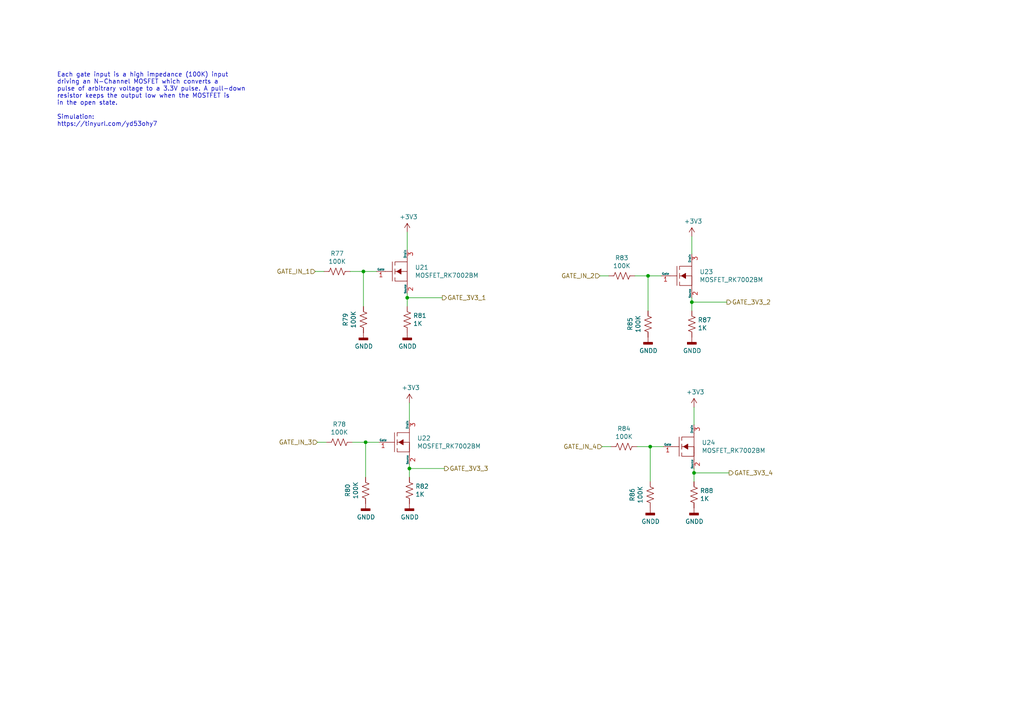
<source format=kicad_sch>
(kicad_sch (version 20211123) (generator eeschema)
  (paper "A4")
  (title_block (title "Big One, Little One") (rev "1") (comment 1 "convert [0V, 8V] gate to [0V, 3.3V] gate"))
  (lib_symbols
    (symbol "Device:R_US" (pin_numbers hide) (pin_names (offset 0))
      (property "Reference" "R" (at 2.54 0 90))
      (property "Value" "R_US" (at -2.54 0 90))
      (symbol "R_US_0_1"
        (polyline (pts (xy 0 -2.286) (xy 0 -2.54)))
        (polyline (pts (xy 0 2.286) (xy 0 2.54)))
        (polyline (pts (xy 0 -0.762) (xy 1.016 -1.143) (xy 0 -1.524) (xy -1.016 -1.905) (xy 0 -2.286)))
        (polyline (pts (xy 0 0.762) (xy 1.016 0.381) (xy 0 0) (xy -1.016 -0.381) (xy 0 -0.762)))
        (polyline (pts (xy 0 2.286) (xy 1.016 1.905) (xy 0 1.524) (xy -1.016 1.143) (xy 0 0.762)))
      )
      (symbol "R_US_1_1"
        (pin passive line (at 0 3.81 270) (length 1.27) (name "~") (number "1"))
        (pin passive line (at 0 -3.81 90) (length 1.27) (name "~") (number "2"))
      )
    )
    (symbol "asmr-kicad:MOSFET_RK7002BM" (pin_names (offset 0))
      (property "Reference" "U" (at 1.27 0.508 0))
      (property "Value" "MOSFET_RK7002BM" (at 9.652 -1.778 0))
      (symbol "MOSFET_RK7002BM_0_1"
        (polyline (pts (xy -4.318 0) (xy -6.35 0)))
        (polyline (pts (xy -4.318 2.794) (xy -4.318 -2.794)))
        (polyline (pts (xy -3.556 -1.778) (xy -3.556 -2.794) (xy 0 -2.794) (xy 0 -1.778)))
        (polyline (pts (xy -3.048 0) (xy -1.778 0.762) (xy -1.778 -0.762) (xy -3.048 0)) (fill (type outline)))
        (polyline (pts (xy -3.556 -0.762) (xy -3.556 0.762) (xy -3.556 0) (xy 0 0) (xy 0 -1.778) (xy 0 -1.524)))
        (polyline (pts (xy -3.556 1.778) (xy -3.556 2.794) (xy 0 2.794) (xy 0 3.81) (xy 0 -2.794) (xy 0 -3.81)))
      )
      (symbol "MOSFET_RK7002BM_1_1"
        (pin input line (at -8.89 0 0) (length 2.54) (name "Gate") (number "1"))
        (pin input line (at 0 -6.35 90) (length 2.54) (name "Source") (number "2"))
        (pin input line (at 0 6.35 270) (length 2.54) (name "Drain") (number "3"))
      )
    )
    (symbol "power:+3.3V" (power) (pin_names (offset 0))
      (property "Value" "+3.3V" (at 0 3.556 0))
      (symbol "+3.3V_0_1"
        (polyline (pts (xy -0.762 1.27) (xy 0 2.54)))
        (polyline (pts (xy 0 0) (xy 0 2.54)))
        (polyline (pts (xy 0 2.54) (xy 0.762 1.27)))
      )
      (symbol "+3.3V_1_1"
        (pin power_in line (at 0 0 90) (length 0) hide (name "+3V3") (number "1"))
      )
    )
    (symbol "power:GNDD" (power) (pin_names (offset 0))
      (property "Value" "GNDD" (at 0 -3.175 0))
      (symbol "GNDD_0_1"
        (rectangle (start -1.27 -1.524) (end 1.27 -2.032) (stroke (width 0.254)) (fill (type outline)))
        (polyline (pts (xy 0 0) (xy 0 -1.524)))
      )
      (symbol "GNDD_1_1"
        (pin power_in line (at 0 0 270) (length 0) hide (name "GNDD") (number "1"))
      )
    )
  )
  (junction (at 118.745 135.89))
  (junction (at 106.045 128.27))
  (junction (at 201.295 137.16))
  (junction (at 187.96 80.01))
  (junction (at 105.41 78.74))
  (junction (at 188.595 129.54))
  (junction (at 200.66 87.63))
  (junction (at 118.11 86.36))
  (wire (pts (xy 187.96 90.17) (xy 187.96 80.01)))
  (wire (pts (xy 188.595 129.54) (xy 192.405 129.54)))
  (wire (pts (xy 174.625 129.54) (xy 177.165 129.54)))
  (wire (pts (xy 118.11 85.09) (xy 118.11 86.36)))
  (wire (pts (xy 102.235 128.27) (xy 106.045 128.27)))
  (wire (pts (xy 105.41 78.74) (xy 109.22 78.74)))
  (wire (pts (xy 187.96 80.01) (xy 191.77 80.01)))
  (wire (pts (xy 184.785 129.54) (xy 188.595 129.54)))
  (wire (pts (xy 184.15 80.01) (xy 187.96 80.01)))
  (wire (pts (xy 200.66 68.58) (xy 200.66 73.66)))
  (wire (pts (xy 201.295 137.16) (xy 211.455 137.16)))
  (wire (pts (xy 118.11 86.36) (xy 118.11 88.9)))
  (wire (pts (xy 118.745 134.62) (xy 118.745 135.89)))
  (wire (pts (xy 201.295 135.89) (xy 201.295 137.16)))
  (wire (pts (xy 200.66 87.63) (xy 200.66 90.17)))
  (wire (pts (xy 118.745 135.89) (xy 118.745 138.43)))
  (wire (pts (xy 106.045 128.27) (xy 109.855 128.27)))
  (wire (pts (xy 201.295 118.11) (xy 201.295 123.19)))
  (wire (pts (xy 91.44 78.74) (xy 93.98 78.74)))
  (wire (pts (xy 118.11 67.31) (xy 118.11 72.39)))
  (wire (pts (xy 200.66 86.36) (xy 200.66 87.63)))
  (wire (pts (xy 106.045 138.43) (xy 106.045 128.27)))
  (wire (pts (xy 118.745 135.89) (xy 128.905 135.89)))
  (wire (pts (xy 118.11 86.36) (xy 128.27 86.36)))
  (wire (pts (xy 118.745 116.84) (xy 118.745 121.92)))
  (wire (pts (xy 201.295 137.16) (xy 201.295 139.7)))
  (wire (pts (xy 105.41 88.9) (xy 105.41 78.74)))
  (wire (pts (xy 173.99 80.01) (xy 176.53 80.01)))
  (wire (pts (xy 92.075 128.27) (xy 94.615 128.27)))
  (wire (pts (xy 200.66 87.63) (xy 210.82 87.63)))
  (wire (pts (xy 101.6 78.74) (xy 105.41 78.74)))
  (wire (pts (xy 188.595 139.7) (xy 188.595 129.54)))
  (text "Each gate input is a high impedance (100K) input\ndriving an N-Channel MOSFET which converts a\npulse of arbitrary voltage to a 3.3V pulse. A pull-down\nresistor keeps the output low when the MOSTFET is\nin the open state.\n\nSimulation:\nhttps://tinyurl.com/yd53ohy7" (at 16.51 36.83 0) (effects (font (size 1.27 1.27)) (justify left bottom)))
  (hierarchical_label "GATE_IN_3" (shape input) (at 92.075 128.27 180))
  (hierarchical_label "GATE_3V3_3" (shape output) (at 128.905 135.89 0))
  (hierarchical_label "GATE_IN_2" (shape input) (at 173.99 80.01 180))
  (hierarchical_label "GATE_IN_1" (shape input) (at 91.44 78.74 180))
  (hierarchical_label "GATE_3V3_2" (shape output) (at 210.82 87.63 0))
  (hierarchical_label "GATE_3V3_4" (shape output) (at 211.455 137.16 0))
  (hierarchical_label "GATE_3V3_1" (shape output) (at 128.27 86.36 0))
  (hierarchical_label "GATE_IN_4" (shape input) (at 174.625 129.54 180))
  (symbol (lib_id "Device:R_US") (at 97.79 78.74 270)
    (property "Reference" "R77" (at 97.79 73.533 90))
    (property "Value" "100K" (at 97.79 75.8444 90))
    (property "Footprint" "Resistor_SMD:R_0805_2012Metric" (effects hide))
    (property "mpn" "AC0805FR-13100KL" (effects hide))
  )
  (symbol (lib_id "power:GNDD") (at 118.11 96.52 0)
    (property "Reference" "#PWR074" (effects hide))
    (property "Value" "GNDD" (at 118.2116 100.457 0))
  )
  (symbol (lib_id "power:GNDD") (at 105.41 96.52 0)
    (property "Reference" "#PWR071" (effects hide))
    (property "Value" "GNDD" (at 105.5116 100.457 0))
  )
  (symbol (lib_id "power:GNDD") (at 187.96 97.79 0)
    (property "Reference" "#PWR077" (effects hide))
    (property "Value" "GNDD" (at 188.0616 101.727 0))
  )
  (symbol (lib_id "power:GNDD") (at 200.66 97.79 0)
    (property "Reference" "#PWR080" (effects hide))
    (property "Value" "GNDD" (at 200.7616 101.727 0))
  )
  (symbol (lib_id "power:GNDD") (at 106.045 146.05 0)
    (property "Reference" "#PWR072" (effects hide))
    (property "Value" "GNDD" (at 106.1466 149.987 0))
  )
  (symbol (lib_id "power:GNDD") (at 118.745 146.05 0)
    (property "Reference" "#PWR076" (effects hide))
    (property "Value" "GNDD" (at 118.8466 149.987 0))
  )
  (symbol (lib_id "power:GNDD") (at 188.595 147.32 0)
    (property "Reference" "#PWR078" (effects hide))
    (property "Value" "GNDD" (at 188.6966 151.257 0))
  )
  (symbol (lib_id "power:GNDD") (at 201.295 147.32 0)
    (property "Reference" "#PWR082" (effects hide))
    (property "Value" "GNDD" (at 201.3966 151.257 0))
  )
  (symbol (lib_id "asmr-kicad:MOSFET_RK7002BM") (at 118.11 78.74 0)
    (property "Reference" "U21" (at 120.3452 77.5716 0) (effects (justify left)))
    (property "Value" "MOSFET_RK7002BM" (at 120.3452 79.883 0) (effects (justify left)))
    (property "Footprint" "Package_TO_SOT_SMD:SOT-23" (effects hide))
    (property "Datasheet" "https://www.mouser.com/datasheet/2/348/rk7002bmt116-e-1873208.pdf" (effects hide))
    (property "mpn" "RK7002BMT116" (effects hide))
  )
  (symbol (lib_id "Device:R_US") (at 105.41 92.71 0)
    (property "Reference" "R79" (at 100.203 92.71 90))
    (property "Value" "100K" (at 102.5144 92.71 90))
    (property "Footprint" "Resistor_SMD:R_0805_2012Metric" (effects hide))
    (property "mpn" "AC0805FR-13100KL" (effects hide))
  )
  (symbol (lib_id "Device:R_US") (at 118.11 92.71 0)
    (property "Reference" "R81" (at 119.8372 91.5416 0) (effects (justify left)))
    (property "Value" "1K" (at 119.8372 93.853 0) (effects (justify left)))
    (property "Footprint" "Resistor_SMD:R_0402_1005Metric" (effects hide))
    (property "mpn" "CR0402-FX-1001GLF" (effects hide))
  )
  (symbol (lib_id "power:+3.3V") (at 118.11 67.31 0)
    (property "Reference" "#PWR073" (effects hide))
    (property "Value" "+3.3V" (at 118.491 62.9158 0))
  )
  (symbol (lib_id "Device:R_US") (at 98.425 128.27 270)
    (property "Reference" "R78" (at 98.425 123.063 90))
    (property "Value" "100K" (at 98.425 125.3744 90))
    (property "Footprint" "Resistor_SMD:R_0805_2012Metric" (effects hide))
    (property "mpn" "AC0805FR-13100KL" (effects hide))
  )
  (symbol (lib_id "asmr-kicad:MOSFET_RK7002BM") (at 118.745 128.27 0)
    (property "Reference" "U22" (at 120.9802 127.1016 0) (effects (justify left)))
    (property "Value" "MOSFET_RK7002BM" (at 120.9802 129.413 0) (effects (justify left)))
    (property "Footprint" "Package_TO_SOT_SMD:SOT-23" (effects hide))
    (property "Datasheet" "https://www.mouser.com/datasheet/2/348/rk7002bmt116-e-1873208.pdf" (effects hide))
    (property "mpn" "RK7002BMT116" (effects hide))
  )
  (symbol (lib_id "Device:R_US") (at 106.045 142.24 0)
    (property "Reference" "R80" (at 100.838 142.24 90))
    (property "Value" "100K" (at 103.1494 142.24 90))
    (property "Footprint" "Resistor_SMD:R_0805_2012Metric" (effects hide))
    (property "mpn" "AC0805FR-13100KL" (effects hide))
  )
  (symbol (lib_id "Device:R_US") (at 118.745 142.24 0)
    (property "Reference" "R82" (at 120.4722 141.0716 0) (effects (justify left)))
    (property "Value" "1K" (at 120.4722 143.383 0) (effects (justify left)))
    (property "Footprint" "Resistor_SMD:R_0402_1005Metric" (effects hide))
    (property "mpn" "CR0402-FX-1001GLF" (effects hide))
  )
  (symbol (lib_id "power:+3.3V") (at 118.745 116.84 0)
    (property "Reference" "#PWR075" (effects hide))
    (property "Value" "+3.3V" (at 119.126 112.4458 0))
  )
  (symbol (lib_id "Device:R_US") (at 180.34 80.01 270)
    (property "Reference" "R83" (at 180.34 74.803 90))
    (property "Value" "100K" (at 180.34 77.1144 90))
    (property "Footprint" "Resistor_SMD:R_0805_2012Metric" (effects hide))
    (property "mpn" "AC0805FR-13100KL" (effects hide))
  )
  (symbol (lib_id "asmr-kicad:MOSFET_RK7002BM") (at 200.66 80.01 0)
    (property "Reference" "U23" (at 202.8952 78.8416 0) (effects (justify left)))
    (property "Value" "MOSFET_RK7002BM" (at 202.8952 81.153 0) (effects (justify left)))
    (property "Footprint" "Package_TO_SOT_SMD:SOT-23" (effects hide))
    (property "Datasheet" "https://www.mouser.com/datasheet/2/348/rk7002bmt116-e-1873208.pdf" (effects hide))
    (property "mpn" "RK7002BMT116" (effects hide))
  )
  (symbol (lib_id "Device:R_US") (at 187.96 93.98 0)
    (property "Reference" "R85" (at 182.753 93.98 90))
    (property "Value" "100K" (at 185.0644 93.98 90))
    (property "Footprint" "Resistor_SMD:R_0805_2012Metric" (effects hide))
    (property "mpn" "AC0805FR-13100KL" (effects hide))
  )
  (symbol (lib_id "Device:R_US") (at 200.66 93.98 0)
    (property "Reference" "R87" (at 202.3872 92.8116 0) (effects (justify left)))
    (property "Value" "1K" (at 202.3872 95.123 0) (effects (justify left)))
    (property "Footprint" "Resistor_SMD:R_0402_1005Metric" (effects hide))
    (property "mpn" "CR0402-FX-1001GLF" (effects hide))
  )
  (symbol (lib_id "power:+3.3V") (at 200.66 68.58 0)
    (property "Reference" "#PWR079" (effects hide))
    (property "Value" "+3.3V" (at 201.041 64.1858 0))
  )
  (symbol (lib_id "Device:R_US") (at 180.975 129.54 270)
    (property "Reference" "R84" (at 180.975 124.333 90))
    (property "Value" "100K" (at 180.975 126.6444 90))
    (property "Footprint" "Resistor_SMD:R_0805_2012Metric" (effects hide))
    (property "mpn" "AC0805FR-13100KL" (effects hide))
  )
  (symbol (lib_id "asmr-kicad:MOSFET_RK7002BM") (at 201.295 129.54 0)
    (property "Reference" "U24" (at 203.5302 128.3716 0) (effects (justify left)))
    (property "Value" "MOSFET_RK7002BM" (at 203.5302 130.683 0) (effects (justify left)))
    (property "Footprint" "Package_TO_SOT_SMD:SOT-23" (effects hide))
    (property "Datasheet" "https://www.mouser.com/datasheet/2/348/rk7002bmt116-e-1873208.pdf" (effects hide))
    (property "mpn" "RK7002BMT116" (effects hide))
  )
  (symbol (lib_id "Device:R_US") (at 188.595 143.51 0)
    (property "Reference" "R86" (at 183.388 143.51 90))
    (property "Value" "100K" (at 185.6994 143.51 90))
    (property "Footprint" "Resistor_SMD:R_0805_2012Metric" (effects hide))
    (property "mpn" "AC0805FR-13100KL" (effects hide))
  )
  (symbol (lib_id "Device:R_US") (at 201.295 143.51 0)
    (property "Reference" "R88" (at 203.0222 142.3416 0) (effects (justify left)))
    (property "Value" "1K" (at 203.0222 144.653 0) (effects (justify left)))
    (property "Footprint" "Resistor_SMD:R_0402_1005Metric" (effects hide))
    (property "mpn" "CR0402-FX-1001GLF" (effects hide))
  )
  (symbol (lib_id "power:+3.3V") (at 201.295 118.11 0)
    (property "Reference" "#PWR081" (effects hide))
    (property "Value" "+3.3V" (at 201.676 113.7158 0))
  )
)
</source>
